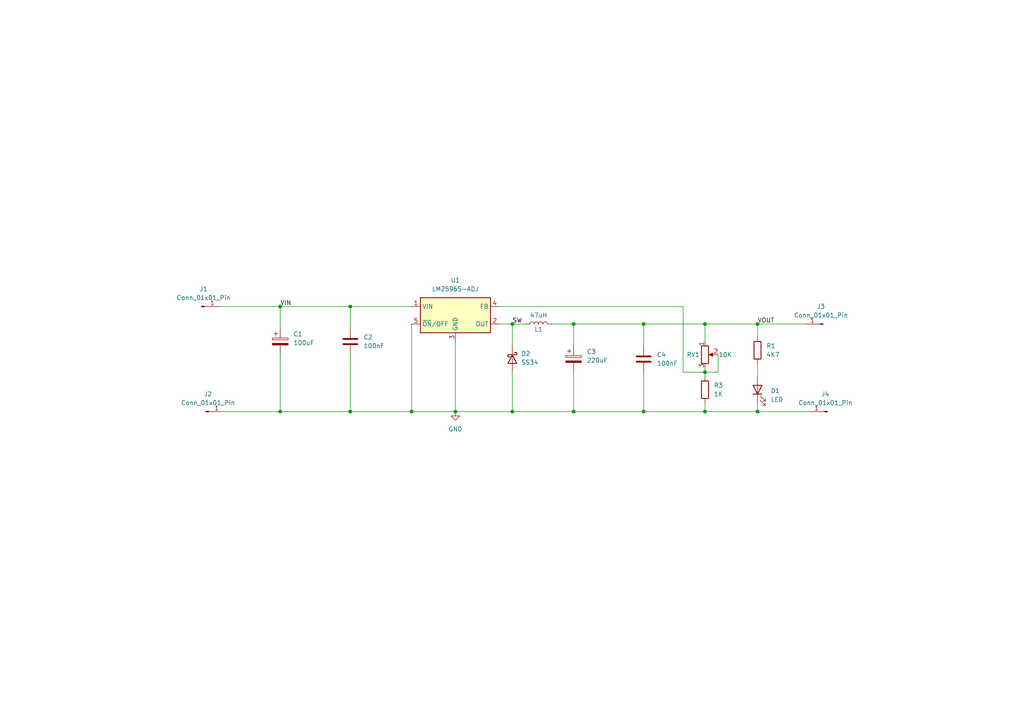
<source format=kicad_sch>
(kicad_sch (version 20250114) (generator "eeschema") (generator_version "9.0")
  (paper "A4")
  (title_block (title "DC-DC Buck converter module") (date "2025-11-20") (rev "v0.1.0") (company "Ampnics") (comment 1 "Design By- Md Ammar Maniyar"))
  (lib_symbols
    (symbol "Connector:Conn_01x01_Pin" (pin_names (offset 1.016) (hide yes))
      (property "Reference" "J" (at 0 2.54 0))
      (property "Value" "Conn_01x01_Pin" (at 0 -2.54 0))
      (symbol "Conn_01x01_Pin_1_1"
        (rectangle (start 0.8636 0.127) (end 0 -0.127) (stroke (width 0.1524)) (fill (type outline)))
        (polyline (pts (xy 1.27 0) (xy 0.8636 0)) (stroke (width 0.1524)))
        (pin passive line (at 5.08 0 180) (length 3.81) (name "Pin_1") (number "1"))
      )
    )
    (symbol "Device:C" (pin_numbers (hide yes)) (pin_names (offset 0.254))
      (property "Reference" "C" (at 0.635 2.54 0))
      (property "Value" "C" (at 0.635 -2.54 0))
      (symbol "C_0_1"
        (polyline (pts (xy -2.032 0.762) (xy 2.032 0.762)) (stroke (width 0.508)))
        (polyline (pts (xy -2.032 -0.762) (xy 2.032 -0.762)) (stroke (width 0.508)))
      )
      (symbol "C_1_1"
        (pin passive line (at 0 3.81 270) (length 2.794) (name "~") (number "1"))
        (pin passive line (at 0 -3.81 90) (length 2.794) (name "~") (number "2"))
      )
    )
    (symbol "Device:C_Polarized" (pin_numbers (hide yes)) (pin_names (offset 0.254))
      (property "Reference" "C" (at 0.635 2.54 0))
      (property "Value" "C_Polarized" (at 0.635 -2.54 0))
      (symbol "C_Polarized_0_1"
        (rectangle (start -2.286 0.508) (end 2.286 1.016))
        (polyline (pts (xy -1.778 2.286) (xy -0.762 2.286)))
        (polyline (pts (xy -1.27 2.794) (xy -1.27 1.778)))
        (rectangle (start 2.286 -0.508) (end -2.286 -1.016) (fill (type outline)))
      )
      (symbol "C_Polarized_1_1"
        (pin passive line (at 0 3.81 270) (length 2.794) (name "~") (number "1"))
        (pin passive line (at 0 -3.81 90) (length 2.794) (name "~") (number "2"))
      )
    )
    (symbol "Device:L" (pin_numbers (hide yes)) (pin_names (offset 1.016) (hide yes))
      (property "Reference" "L" (at -1.27 0 90))
      (property "Value" "L" (at 1.905 0 90))
      (symbol "L_0_1"
        (arc (start 0 2.54) (mid 0.6323 1.905) (end 0 1.27))
        (arc (start 0 1.27) (mid 0.6323 0.635) (end 0 0))
        (arc (start 0 0) (mid 0.6323 -0.635) (end 0 -1.27))
        (arc (start 0 -1.27) (mid 0.6323 -1.905) (end 0 -2.54))
      )
      (symbol "L_1_1"
        (pin passive line (at 0 3.81 270) (length 1.27) (name "1") (number "1"))
        (pin passive line (at 0 -3.81 90) (length 1.27) (name "2") (number "2"))
      )
    )
    (symbol "Device:LED" (pin_numbers (hide yes)) (pin_names (offset 1.016) (hide yes))
      (property "Reference" "D" (at 0 2.54 0))
      (property "Value" "LED" (at 0 -2.54 0))
      (symbol "LED_0_1"
        (polyline (pts (xy -3.048 -0.762) (xy -4.572 -2.286) (xy -3.81 -2.286) (xy -4.572 -2.286) (xy -4.572 -1.524)))
        (polyline (pts (xy -1.778 -0.762) (xy -3.302 -2.286) (xy -2.54 -2.286) (xy -3.302 -2.286) (xy -3.302 -1.524)))
        (polyline (pts (xy -1.27 0) (xy 1.27 0)))
        (polyline (pts (xy -1.27 -1.27) (xy -1.27 1.27)) (stroke (width 0.254)))
        (polyline (pts (xy 1.27 -1.27) (xy 1.27 1.27) (xy -1.27 0) (xy 1.27 -1.27)) (stroke (width 0.254)))
      )
      (symbol "LED_1_1"
        (pin passive line (at -3.81 0 0) (length 2.54) (name "K") (number "1"))
        (pin passive line (at 3.81 0 180) (length 2.54) (name "A") (number "2"))
      )
    )
    (symbol "Device:R" (pin_numbers (hide yes)) (pin_names (offset 0))
      (property "Reference" "R" (at 2.032 0 90))
      (property "Value" "R" (at 0 0 90))
      (symbol "R_0_1"
        (rectangle (start -1.016 -2.54) (end 1.016 2.54) (stroke (width 0.254)))
      )
      (symbol "R_1_1"
        (pin passive line (at 0 3.81 270) (length 1.27) (name "~") (number "1"))
        (pin passive line (at 0 -3.81 90) (length 1.27) (name "~") (number "2"))
      )
    )
    (symbol "Device:R_Potentiometer" (pin_names (offset 1.016) (hide yes))
      (property "Reference" "RV" (at -4.445 0 90))
      (property "Value" "R_Potentiometer" (at -2.54 0 90))
      (symbol "R_Potentiometer_0_1"
        (rectangle (start 1.016 2.54) (end -1.016 -2.54) (stroke (width 0.254)))
        (polyline (pts (xy 1.143 0) (xy 2.286 0.508) (xy 2.286 -0.508) (xy 1.143 0)) (fill (type outline)))
        (polyline (pts (xy 2.54 0) (xy 1.524 0)))
      )
      (symbol "R_Potentiometer_1_1"
        (pin passive line (at 0 3.81 270) (length 1.27) (name "1") (number "1"))
        (pin passive line (at 0 -3.81 90) (length 1.27) (name "3") (number "3"))
        (pin passive line (at 3.81 0 180) (length 1.27) (name "2") (number "2"))
      )
    )
    (symbol "Diode:SS34" (pin_numbers (hide yes)) (pin_names (offset 1.016) (hide yes))
      (property "Reference" "D" (at 0 2.54 0))
      (property "Value" "SS34" (at 0 -2.54 0))
      (symbol "SS34_0_1"
        (polyline (pts (xy -1.905 0.635) (xy -1.905 1.27) (xy -1.27 1.27) (xy -1.27 -1.27) (xy -0.635 -1.27) (xy -0.635 -0.635)) (stroke (width 0.254)))
        (polyline (pts (xy 1.27 1.27) (xy 1.27 -1.27) (xy -1.27 0) (xy 1.27 1.27)) (stroke (width 0.254)))
        (polyline (pts (xy 1.27 0) (xy -1.27 0)))
      )
      (symbol "SS34_1_1"
        (pin passive line (at -3.81 0 0) (length 2.54) (name "K") (number "1"))
        (pin passive line (at 3.81 0 180) (length 2.54) (name "A") (number "2"))
      )
    )
    (symbol "Regulator_Switching:LM2596S-ADJ"
      (property "Reference" "U" (at -10.16 6.35 0))
      (property "Value" "LM2596S-ADJ" (at 0 6.35 0))
      (symbol "LM2596S-ADJ_0_1"
        (rectangle (start -10.16 5.08) (end 10.16 -5.08) (stroke (width 0.254)) (fill (type background)))
      )
      (symbol "LM2596S-ADJ_1_1"
        (pin power_in line (at -12.7 2.54 0) (length 2.54) (name "VIN") (number "1"))
        (pin input line (at -12.7 -2.54 0) (length 2.54) (name "~{ON}/OFF") (number "5"))
        (pin power_in line (at 0 -7.62 90) (length 2.54) (name "GND") (number "3"))
        (pin input line (at 12.7 2.54 180) (length 2.54) (name "FB") (number "4"))
        (pin output line (at 12.7 -2.54 180) (length 2.54) (name "OUT") (number "2"))
      )
    )
    (symbol "power:GND" (power) (pin_numbers (hide yes)) (pin_names (offset 0) (hide yes))
      (property "Value" "GND" (at 0 -3.81 0))
      (symbol "GND_0_1"
        (polyline (pts (xy 0 0) (xy 0 -1.27) (xy 1.27 -1.27) (xy 0 -2.54) (xy -1.27 -1.27) (xy 0 -1.27)))
      )
      (symbol "GND_1_1"
        (pin power_in line (at 0 0 270) (length 0) (name "~") (number "1"))
      )
    )
  )
  (junction (at 166.37 93.98))
  (junction (at 186.69 119.38))
  (junction (at 132.08 119.38))
  (junction (at 166.37 119.38))
  (junction (at 101.6 88.9))
  (junction (at 148.59 93.98))
  (junction (at 81.28 88.9))
  (junction (at 186.69 93.98))
  (junction (at 119.38 119.38))
  (junction (at 81.28 119.38))
  (junction (at 148.59 119.38))
  (junction (at 101.6 119.38))
  (junction (at 219.71 119.38))
  (junction (at 204.47 119.38))
  (junction (at 204.47 93.98))
  (junction (at 219.71 93.98))
  (junction (at 204.47 107.95))
  (wire (pts (xy 101.6 88.9) (xy 119.38 88.9)))
  (wire (pts (xy 186.69 93.98) (xy 204.47 93.98)))
  (wire (pts (xy 208.28 102.87) (xy 208.28 107.95)))
  (wire (pts (xy 81.28 88.9) (xy 81.28 95.25)))
  (wire (pts (xy 166.37 107.95) (xy 166.37 119.38)))
  (wire (pts (xy 198.12 88.9) (xy 198.12 107.95)))
  (wire (pts (xy 148.59 93.98) (xy 148.59 100.33)))
  (wire (pts (xy 219.71 119.38) (xy 234.95 119.38)))
  (wire (pts (xy 148.59 93.98) (xy 152.4 93.98)))
  (wire (pts (xy 186.69 107.95) (xy 186.69 119.38)))
  (wire (pts (xy 166.37 93.98) (xy 160.02 93.98)))
  (wire (pts (xy 81.28 88.9) (xy 101.6 88.9)))
  (wire (pts (xy 204.47 119.38) (xy 186.69 119.38)))
  (wire (pts (xy 63.5 88.9) (xy 81.28 88.9)))
  (wire (pts (xy 186.69 119.38) (xy 166.37 119.38)))
  (wire (pts (xy 144.78 88.9) (xy 198.12 88.9)))
  (wire (pts (xy 166.37 100.33) (xy 166.37 93.98)))
  (wire (pts (xy 204.47 107.95) (xy 204.47 109.22)))
  (wire (pts (xy 219.71 97.79) (xy 219.71 93.98)))
  (wire (pts (xy 101.6 88.9) (xy 101.6 95.25)))
  (wire (pts (xy 208.28 107.95) (xy 204.47 107.95)))
  (wire (pts (xy 204.47 99.06) (xy 204.47 93.98)))
  (wire (pts (xy 81.28 119.38) (xy 64.77 119.38)))
  (wire (pts (xy 81.28 102.87) (xy 81.28 119.38)))
  (wire (pts (xy 166.37 119.38) (xy 148.59 119.38)))
  (wire (pts (xy 204.47 106.68) (xy 204.47 107.95)))
  (wire (pts (xy 198.12 107.95) (xy 204.47 107.95)))
  (wire (pts (xy 204.47 116.84) (xy 204.47 119.38)))
  (wire (pts (xy 219.71 105.41) (xy 219.71 109.22)))
  (wire (pts (xy 132.08 99.06) (xy 132.08 119.38)))
  (wire (pts (xy 166.37 93.98) (xy 186.69 93.98)))
  (wire (pts (xy 219.71 116.84) (xy 219.71 119.38)))
  (wire (pts (xy 148.59 119.38) (xy 132.08 119.38)))
  (wire (pts (xy 81.28 119.38) (xy 101.6 119.38)))
  (wire (pts (xy 219.71 119.38) (xy 204.47 119.38)))
  (wire (pts (xy 219.71 93.98) (xy 233.68 93.98)))
  (wire (pts (xy 101.6 119.38) (xy 119.38 119.38)))
  (wire (pts (xy 148.59 107.95) (xy 148.59 119.38)))
  (wire (pts (xy 119.38 119.38) (xy 132.08 119.38)))
  (wire (pts (xy 119.38 93.98) (xy 119.38 119.38)))
  (wire (pts (xy 101.6 102.87) (xy 101.6 119.38)))
  (wire (pts (xy 144.78 93.98) (xy 148.59 93.98)))
  (wire (pts (xy 186.69 100.33) (xy 186.69 93.98)))
  (wire (pts (xy 204.47 93.98) (xy 219.71 93.98)))
  (label "VOUT" (at 219.71 93.98 0))
  (label "SW" (at 148.59 93.98 0))
  (label "VIN" (at 81.28 88.9 0))
  (symbol (lib_id "Device:L") (at 156.21 93.98 90) (unit 1)
    (property "Reference" "L1" (at 156.21 95.504 90))
    (property "Value" "47uH" (at 156.21 91.44 90))
    (property "Footprint" "Inductor_SMD:L_Bourns_SRR1208_12.7x12.7mm" (effects (hide yes)))
    (property "Description" "Inductor" (effects (hide yes)))
  )
  (symbol (lib_id "Diode:SS34") (at 148.59 104.14 270) (unit 1)
    (property "Reference" "D2" (at 151.13 102.5524 90) (effects (justify left)))
    (property "Value" "SS34" (at 151.13 105.0924 90) (effects (justify left)))
    (property "Footprint" "Diode_SMD:D_SMA" (effects (hide yes)))
    (property "Datasheet" "https://www.vishay.com/docs/88751/ss32.pdf" (effects (hide yes)))
    (property "Description" "40V 3A Schottky Diode, SMA" (effects (hide yes)))
  )
  (symbol (lib_id "Device:C") (at 101.6 99.06 0) (unit 1)
    (property "Reference" "C2" (at 105.41 97.7899 0) (effects (justify left)))
    (property "Value" "100nF" (at 105.41 100.3299 0) (effects (justify left)))
    (property "Footprint" "Capacitor_SMD:C_0603_1608Metric" (effects (hide yes)))
    (property "Description" "Unpolarized capacitor" (effects (hide yes)))
  )
  (symbol (lib_id "Connector:Conn_01x01_Pin") (at 240.03 119.38 180) (unit 1)
    (property "Reference" "J4" (at 239.395 114.3 0))
    (property "Value" "Conn_01x01_Pin" (at 239.395 116.84 0))
    (property "Footprint" "Connector_PinHeader_2.54mm:PinHeader_1x01_P2.54mm_Vertical" (effects (hide yes)))
    (property "Description" "Generic connector, single row, 01x01, script generated" (effects (hide yes)))
  )
  (symbol (lib_id "power:GND") (at 132.08 119.38 0) (unit 1)
    (property "Reference" "#PWR01" (effects (hide yes)))
    (property "Value" "GND" (at 132.08 124.46 0))
    (property "Description" "Power symbol creates a global label with name \"GND\" , ground" (effects (hide yes)))
  )
  (symbol (lib_id "Device:C_Polarized") (at 166.37 104.14 0) (unit 1)
    (property "Reference" "C3" (at 170.18 101.9809 0) (effects (justify left)))
    (property "Value" "220uF" (at 170.18 104.5209 0) (effects (justify left)))
    (property "Footprint" "Capacitor_SMD:CP_Elec_8x10" (effects (hide yes)))
    (property "Description" "Polarized capacitor" (effects (hide yes)))
  )
  (symbol (lib_id "Connector:Conn_01x01_Pin") (at 58.42 88.9 0) (unit 1)
    (property "Reference" "J1" (at 59.055 83.82 0))
    (property "Value" "Conn_01x01_Pin" (at 59.055 86.36 0))
    (property "Footprint" "Connector_PinHeader_2.54mm:PinHeader_1x01_P2.54mm_Vertical" (effects (hide yes)))
    (property "Description" "Generic connector, single row, 01x01, script generated" (effects (hide yes)))
  )
  (symbol (lib_id "Device:R_Potentiometer") (at 204.47 102.87 0) (unit 1)
    (property "Reference" "RV1" (at 202.946 102.87 0) (effects (justify right)))
    (property "Value" "10K" (at 212.344 102.87 0) (effects (justify right)))
    (property "Footprint" "Potentiometer_THT:Potentiometer_Bourns_3296W_Vertical" (effects (hide yes)))
    (property "Description" "Potentiometer" (effects (hide yes)))
  )
  (symbol (lib_id "Device:LED") (at 219.71 113.03 90) (unit 1)
    (property "Reference" "D1" (at 223.52 113.3474 90) (effects (justify right)))
    (property "Value" "LED" (at 223.52 115.8874 90) (effects (justify right)))
    (property "Footprint" "LED_SMD:LED_0603_1608Metric" (effects (hide yes)))
    (property "Description" "Light emitting diode" (effects (hide yes)))
    (property "Sim.Pins" "1=K 2=A" (effects (hide yes)))
  )
  (symbol (lib_id "Device:R") (at 219.71 101.6 0) (unit 1)
    (property "Reference" "R1" (at 222.25 100.3299 0) (effects (justify left)))
    (property "Value" "4K7" (at 222.25 102.8699 0) (effects (justify left)))
    (property "Footprint" "Resistor_SMD:R_0603_1608Metric" (effects (hide yes)))
    (property "Description" "Resistor" (effects (hide yes)))
  )
  (symbol (lib_id "Device:R") (at 204.47 113.03 0) (unit 1)
    (property "Reference" "R3" (at 207.01 111.7599 0) (effects (justify left)))
    (property "Value" "1K" (at 207.01 114.2999 0) (effects (justify left)))
    (property "Footprint" "Resistor_SMD:R_0603_1608Metric" (effects (hide yes)))
    (property "Description" "Resistor" (effects (hide yes)))
  )
  (symbol (lib_id "Regulator_Switching:LM2596S-ADJ") (at 132.08 91.44 0) (unit 1)
    (property "Reference" "U1" (at 132.08 81.28 0))
    (property "Value" "LM2596S-ADJ" (at 132.08 83.82 0))
    (property "Footprint" "Package_TO_SOT_SMD:TO-263-5_TabPin3" (effects (hide yes)))
    (property "Datasheet" "http://www.ti.com/lit/ds/symlink/lm2596.pdf" (effects (hide yes)))
    (property "Description" "Adjustable 3A Step-Down Voltage Regulator, TO-263" (effects (hide yes)))
  )
  (symbol (lib_id "Connector:Conn_01x01_Pin") (at 238.76 93.98 180) (unit 1)
    (property "Reference" "J3" (at 238.125 88.9 0))
    (property "Value" "Conn_01x01_Pin" (at 238.125 91.44 0))
    (property "Footprint" "Connector_PinHeader_2.54mm:PinHeader_1x01_P2.54mm_Vertical" (effects (hide yes)))
    (property "Description" "Generic connector, single row, 01x01, script generated" (effects (hide yes)))
  )
  (symbol (lib_id "Device:C") (at 186.69 104.14 0) (unit 1)
    (property "Reference" "C4" (at 190.5 102.8699 0) (effects (justify left)))
    (property "Value" "100nF" (at 190.5 105.4099 0) (effects (justify left)))
    (property "Footprint" "Capacitor_SMD:C_0603_1608Metric" (effects (hide yes)))
    (property "Description" "Unpolarized capacitor" (effects (hide yes)))
  )
  (symbol (lib_id "Device:C_Polarized") (at 81.28 99.06 0) (unit 1)
    (property "Reference" "C1" (at 85.09 96.9009 0) (effects (justify left)))
    (property "Value" "100uF" (at 85.09 99.4409 0) (effects (justify left)))
    (property "Footprint" "Capacitor_SMD:CP_Elec_8x10" (effects (hide yes)))
    (property "Description" "Polarized capacitor" (effects (hide yes)))
  )
  (symbol (lib_id "Connector:Conn_01x01_Pin") (at 59.69 119.38 0) (unit 1)
    (property "Reference" "J2" (at 60.325 114.3 0))
    (property "Value" "Conn_01x01_Pin" (at 60.325 116.84 0))
    (property "Footprint" "Connector_PinHeader_2.54mm:PinHeader_1x01_P2.54mm_Vertical" (effects (hide yes)))
    (property "Description" "Generic connector, single row, 01x01, script generated" (effects (hide yes)))
  )
)
</source>
